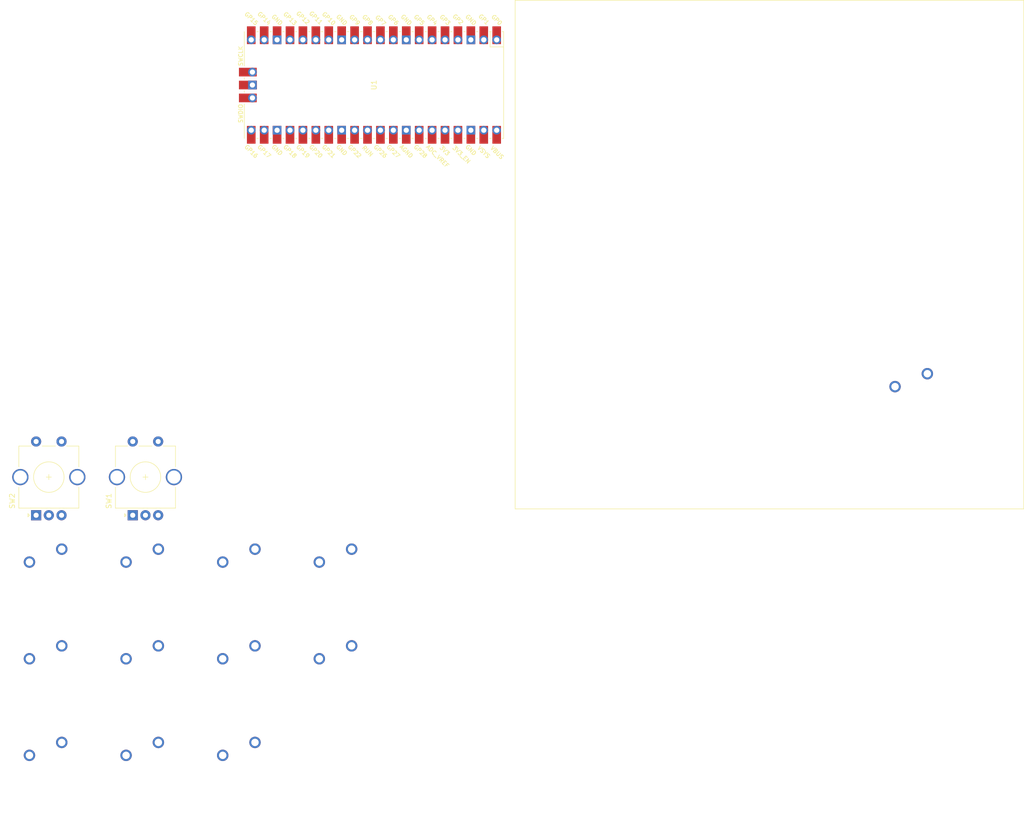
<source format=kicad_pcb>
(kicad_pcb (version 20171130) (host pcbnew "(5.1.4)-1")

  (general
    (thickness 1.6)
    (drawings 4)
    (tracks 0)
    (zones 0)
    (modules 15)
    (nets 39)
  )

  (page A4)
  (layers
    (0 F.Cu signal)
    (31 B.Cu signal)
    (32 B.Adhes user)
    (33 F.Adhes user)
    (34 B.Paste user)
    (35 F.Paste user)
    (36 B.SilkS user)
    (37 F.SilkS user)
    (38 B.Mask user)
    (39 F.Mask user)
    (40 Dwgs.User user)
    (41 Cmts.User user)
    (42 Eco1.User user)
    (43 Eco2.User user)
    (44 Edge.Cuts user)
    (45 Margin user)
    (46 B.CrtYd user)
    (47 F.CrtYd user)
    (48 B.Fab user)
    (49 F.Fab user)
  )

  (setup
    (last_trace_width 0.25)
    (trace_clearance 0.2)
    (zone_clearance 0.508)
    (zone_45_only no)
    (trace_min 0.2)
    (via_size 0.8)
    (via_drill 0.4)
    (via_min_size 0.4)
    (via_min_drill 0.3)
    (uvia_size 0.3)
    (uvia_drill 0.1)
    (uvias_allowed no)
    (uvia_min_size 0.2)
    (uvia_min_drill 0.1)
    (edge_width 0.05)
    (segment_width 0.2)
    (pcb_text_width 0.3)
    (pcb_text_size 1.5 1.5)
    (mod_edge_width 0.12)
    (mod_text_size 1 1)
    (mod_text_width 0.15)
    (pad_size 1.524 1.524)
    (pad_drill 0.762)
    (pad_to_mask_clearance 0.051)
    (solder_mask_min_width 0.25)
    (aux_axis_origin 0 0)
    (visible_elements FFFFFF7F)
    (pcbplotparams
      (layerselection 0x010fc_ffffffff)
      (usegerberextensions false)
      (usegerberattributes false)
      (usegerberadvancedattributes false)
      (creategerberjobfile false)
      (excludeedgelayer true)
      (linewidth 0.100000)
      (plotframeref false)
      (viasonmask false)
      (mode 1)
      (useauxorigin false)
      (hpglpennumber 1)
      (hpglpenspeed 20)
      (hpglpendiameter 15.000000)
      (psnegative false)
      (psa4output false)
      (plotreference true)
      (plotvalue true)
      (plotinvisibletext false)
      (padsonsilk false)
      (subtractmaskfromsilk false)
      (outputformat 1)
      (mirror false)
      (drillshape 1)
      (scaleselection 1)
      (outputdirectory ""))
  )

  (net 0 "")
  (net 1 "Net-(MX1-Pad2)")
  (net 2 GND)
  (net 3 "Net-(MX2-Pad2)")
  (net 4 "Net-(MX3-Pad2)")
  (net 5 "Net-(MX4-Pad2)")
  (net 6 "Net-(MX5-Pad2)")
  (net 7 "Net-(MX6-Pad2)")
  (net 8 "Net-(MX7-Pad2)")
  (net 9 "Net-(MX8-Pad2)")
  (net 10 "Net-(MX9-Pad2)")
  (net 11 "Net-(MX10-Pad2)")
  (net 12 "Net-(MX11-Pad2)")
  (net 13 "Net-(MX12-Pad2)")
  (net 14 "Net-(SW1-PadA)")
  (net 15 "Net-(SW1-PadB)")
  (net 16 "Net-(SW1-PadS1)")
  (net 17 "Net-(SW2-PadA)")
  (net 18 "Net-(SW2-PadB)")
  (net 19 "Net-(SW2-PadS1)")
  (net 20 "Net-(U1-Pad43)")
  (net 21 "Net-(U1-Pad42)")
  (net 22 "Net-(U1-Pad41)")
  (net 23 "Net-(U1-Pad22)")
  (net 24 "Net-(U1-Pad25)")
  (net 25 "Net-(U1-Pad26)")
  (net 26 "Net-(U1-Pad27)")
  (net 27 "Net-(U1-Pad29)")
  (net 28 "Net-(U1-Pad30)")
  (net 29 "Net-(U1-Pad31)")
  (net 30 "Net-(U1-Pad32)")
  (net 31 "Net-(U1-Pad33)")
  (net 32 "Net-(U1-Pad34)")
  (net 33 "Net-(U1-Pad35)")
  (net 34 "Net-(U1-Pad36)")
  (net 35 "Net-(U1-Pad37)")
  (net 36 "Net-(U1-Pad39)")
  (net 37 "Net-(U1-Pad40)")
  (net 38 "Net-(U1-Pad1)")

  (net_class Default "This is the default net class."
    (clearance 0.2)
    (trace_width 0.25)
    (via_dia 0.8)
    (via_drill 0.4)
    (uvia_dia 0.3)
    (uvia_drill 0.1)
    (add_net GND)
    (add_net "Net-(MX1-Pad2)")
    (add_net "Net-(MX10-Pad2)")
    (add_net "Net-(MX11-Pad2)")
    (add_net "Net-(MX12-Pad2)")
    (add_net "Net-(MX2-Pad2)")
    (add_net "Net-(MX3-Pad2)")
    (add_net "Net-(MX4-Pad2)")
    (add_net "Net-(MX5-Pad2)")
    (add_net "Net-(MX6-Pad2)")
    (add_net "Net-(MX7-Pad2)")
    (add_net "Net-(MX8-Pad2)")
    (add_net "Net-(MX9-Pad2)")
    (add_net "Net-(SW1-PadA)")
    (add_net "Net-(SW1-PadB)")
    (add_net "Net-(SW1-PadS1)")
    (add_net "Net-(SW2-PadA)")
    (add_net "Net-(SW2-PadB)")
    (add_net "Net-(SW2-PadS1)")
    (add_net "Net-(U1-Pad1)")
    (add_net "Net-(U1-Pad22)")
    (add_net "Net-(U1-Pad25)")
    (add_net "Net-(U1-Pad26)")
    (add_net "Net-(U1-Pad27)")
    (add_net "Net-(U1-Pad29)")
    (add_net "Net-(U1-Pad30)")
    (add_net "Net-(U1-Pad31)")
    (add_net "Net-(U1-Pad32)")
    (add_net "Net-(U1-Pad33)")
    (add_net "Net-(U1-Pad34)")
    (add_net "Net-(U1-Pad35)")
    (add_net "Net-(U1-Pad36)")
    (add_net "Net-(U1-Pad37)")
    (add_net "Net-(U1-Pad39)")
    (add_net "Net-(U1-Pad40)")
    (add_net "Net-(U1-Pad41)")
    (add_net "Net-(U1-Pad42)")
    (add_net "Net-(U1-Pad43)")
  )

  (module MX_Only:MXOnly-1U-NoLED (layer F.Cu) (tedit 63DABB55) (tstamp 63DA9349)
    (at 169 -31)
    (path /63D46853)
    (fp_text reference MX12 (at 9.5 12.675) (layer Dwgs.User)
      (effects (font (size 1 1) (thickness 0.15)))
    )
    (fp_text value MX-NoLED (at 9.5 1.5625) (layer Dwgs.User)
      (effects (font (size 1 1) (thickness 0.15)))
    )
    (fp_line (start 14.5 2.5) (end 16.5 2.5) (layer Dwgs.User) (width 0.15))
    (fp_line (start 16.5 2.5) (end 16.5 4.5) (layer Dwgs.User) (width 0.15))
    (fp_line (start 14.5 16.5) (end 16.5 16.5) (layer Dwgs.User) (width 0.15))
    (fp_line (start 16.5 16.5) (end 16.5 14.5) (layer Dwgs.User) (width 0.15))
    (fp_line (start 2.5 14.5) (end 2.5 16.5) (layer Dwgs.User) (width 0.15))
    (fp_line (start 2.5 16.5) (end 4.5 16.5) (layer Dwgs.User) (width 0.15))
    (fp_line (start 4.5 2.5) (end 2.5 2.5) (layer Dwgs.User) (width 0.15))
    (fp_line (start 2.5 2.5) (end 2.5 4.5) (layer Dwgs.User) (width 0.15))
    (fp_line (start -0.025 -0.025) (end 19.025 -0.025) (layer Dwgs.User) (width 0.15))
    (fp_line (start 19.025 -0.025) (end 19.025 19.025) (layer Dwgs.User) (width 0.15))
    (fp_line (start 19.025 19.025) (end -0.025 19.025) (layer Dwgs.User) (width 0.15))
    (fp_line (start -0.025 19.025) (end -0.025 -0.025) (layer Dwgs.User) (width 0.15))
    (pad 2 thru_hole circle (at 12.04 4.42) (size 2.25 2.25) (drill 1.47) (layers *.Cu B.Mask)
      (net 13 "Net-(MX12-Pad2)"))
    (pad "" np_thru_hole circle (at 9.5 9.5) (size 3.9878 3.9878) (drill 3.9878) (layers *.Cu *.Mask))
    (pad 1 thru_hole circle (at 5.69 6.96) (size 2.25 2.25) (drill 1.47) (layers *.Cu B.Mask)
      (net 2 GND))
    (pad "" np_thru_hole circle (at 4.42 9.5 48.0996) (size 1.75 1.75) (drill 1.75) (layers *.Cu *.Mask))
    (pad "" np_thru_hole circle (at 14.58 9.5 48.0996) (size 1.75 1.75) (drill 1.75) (layers *.Cu *.Mask))
  )

  (module RPi_Pico:RPi_Pico_SMD_TH (layer F.Cu) (tedit 5F638C80) (tstamp 63DA945B)
    (at 72.23125 -83.34375 270)
    (descr "Through hole straight pin header, 2x20, 2.54mm pitch, double rows")
    (tags "Through hole pin header THT 2x20 2.54mm double row")
    (path /63D2B7A1)
    (fp_text reference U1 (at 0 0 90) (layer F.SilkS)
      (effects (font (size 1 1) (thickness 0.15)))
    )
    (fp_text value Pico (at 0 2.159 90) (layer F.Fab)
      (effects (font (size 1 1) (thickness 0.15)))
    )
    (fp_text user "Copper Keepouts shown on Dwgs layer" (at 0.1 -30.2 90) (layer Cmts.User)
      (effects (font (size 1 1) (thickness 0.15)))
    )
    (fp_poly (pts (xy 3.7 -20.2) (xy -3.7 -20.2) (xy -3.7 -24.9) (xy 3.7 -24.9)) (layer Dwgs.User) (width 0.1))
    (fp_poly (pts (xy -1.5 -11.5) (xy -3.5 -11.5) (xy -3.5 -13.5) (xy -1.5 -13.5)) (layer Dwgs.User) (width 0.1))
    (fp_poly (pts (xy -1.5 -14) (xy -3.5 -14) (xy -3.5 -16) (xy -1.5 -16)) (layer Dwgs.User) (width 0.1))
    (fp_poly (pts (xy -1.5 -16.5) (xy -3.5 -16.5) (xy -3.5 -18.5) (xy -1.5 -18.5)) (layer Dwgs.User) (width 0.1))
    (fp_text user SWDIO (at 5.6 26.2 90) (layer F.SilkS)
      (effects (font (size 0.8 0.8) (thickness 0.15)))
    )
    (fp_text user SWCLK (at -5.7 26.2 90) (layer F.SilkS)
      (effects (font (size 0.8 0.8) (thickness 0.15)))
    )
    (fp_text user AGND (at 13.054 -6.35 135) (layer F.SilkS)
      (effects (font (size 0.8 0.8) (thickness 0.15)))
    )
    (fp_text user GND (at 12.8 -19.05 135) (layer F.SilkS)
      (effects (font (size 0.8 0.8) (thickness 0.15)))
    )
    (fp_text user GND (at 12.8 6.35 135) (layer F.SilkS)
      (effects (font (size 0.8 0.8) (thickness 0.15)))
    )
    (fp_text user GND (at 12.8 19.05 135) (layer F.SilkS)
      (effects (font (size 0.8 0.8) (thickness 0.15)))
    )
    (fp_text user GND (at -12.8 19.05 135) (layer F.SilkS)
      (effects (font (size 0.8 0.8) (thickness 0.15)))
    )
    (fp_text user GND (at -12.8 6.35 135) (layer F.SilkS)
      (effects (font (size 0.8 0.8) (thickness 0.15)))
    )
    (fp_text user GND (at -12.8 -6.35 135) (layer F.SilkS)
      (effects (font (size 0.8 0.8) (thickness 0.15)))
    )
    (fp_text user GND (at -12.8 -19.05 135) (layer F.SilkS)
      (effects (font (size 0.8 0.8) (thickness 0.15)))
    )
    (fp_text user VBUS (at 13.3 -24.2 135) (layer F.SilkS)
      (effects (font (size 0.8 0.8) (thickness 0.15)))
    )
    (fp_text user VSYS (at 13.2 -21.59 135) (layer F.SilkS)
      (effects (font (size 0.8 0.8) (thickness 0.15)))
    )
    (fp_text user 3V3_EN (at 13.7 -17.2 135) (layer F.SilkS)
      (effects (font (size 0.8 0.8) (thickness 0.15)))
    )
    (fp_text user 3V3 (at 12.9 -13.9 135) (layer F.SilkS)
      (effects (font (size 0.8 0.8) (thickness 0.15)))
    )
    (fp_text user ADC_VREF (at 14 -12.5 135) (layer F.SilkS)
      (effects (font (size 0.8 0.8) (thickness 0.15)))
    )
    (fp_text user GP28 (at 13.054 -9.144 135) (layer F.SilkS)
      (effects (font (size 0.8 0.8) (thickness 0.15)))
    )
    (fp_text user GP27 (at 13.054 -3.8 135) (layer F.SilkS)
      (effects (font (size 0.8 0.8) (thickness 0.15)))
    )
    (fp_text user GP26 (at 13.054 -1.27 135) (layer F.SilkS)
      (effects (font (size 0.8 0.8) (thickness 0.15)))
    )
    (fp_text user RUN (at 13 1.27 135) (layer F.SilkS)
      (effects (font (size 0.8 0.8) (thickness 0.15)))
    )
    (fp_text user GP22 (at 13.054 3.81 135) (layer F.SilkS)
      (effects (font (size 0.8 0.8) (thickness 0.15)))
    )
    (fp_text user GP21 (at 13.054 8.9 135) (layer F.SilkS)
      (effects (font (size 0.8 0.8) (thickness 0.15)))
    )
    (fp_text user GP20 (at 13.054 11.43 135) (layer F.SilkS)
      (effects (font (size 0.8 0.8) (thickness 0.15)))
    )
    (fp_text user GP19 (at 13.054 13.97 135) (layer F.SilkS)
      (effects (font (size 0.8 0.8) (thickness 0.15)))
    )
    (fp_text user GP18 (at 13.054 16.51 135) (layer F.SilkS)
      (effects (font (size 0.8 0.8) (thickness 0.15)))
    )
    (fp_text user GP17 (at 13.054 21.59 135) (layer F.SilkS)
      (effects (font (size 0.8 0.8) (thickness 0.15)))
    )
    (fp_text user GP16 (at 13.054 24.13 135) (layer F.SilkS)
      (effects (font (size 0.8 0.8) (thickness 0.15)))
    )
    (fp_text user GP15 (at -13.054 24.13 135) (layer F.SilkS)
      (effects (font (size 0.8 0.8) (thickness 0.15)))
    )
    (fp_text user GP14 (at -13.1 21.59 135) (layer F.SilkS)
      (effects (font (size 0.8 0.8) (thickness 0.15)))
    )
    (fp_text user GP13 (at -13.054 16.51 135) (layer F.SilkS)
      (effects (font (size 0.8 0.8) (thickness 0.15)))
    )
    (fp_text user GP12 (at -13.2 13.97 135) (layer F.SilkS)
      (effects (font (size 0.8 0.8) (thickness 0.15)))
    )
    (fp_text user GP11 (at -13.2 11.43 135) (layer F.SilkS)
      (effects (font (size 0.8 0.8) (thickness 0.15)))
    )
    (fp_text user GP10 (at -13.054 8.89 135) (layer F.SilkS)
      (effects (font (size 0.8 0.8) (thickness 0.15)))
    )
    (fp_text user GP9 (at -12.8 3.81 135) (layer F.SilkS)
      (effects (font (size 0.8 0.8) (thickness 0.15)))
    )
    (fp_text user GP8 (at -12.8 1.27 135) (layer F.SilkS)
      (effects (font (size 0.8 0.8) (thickness 0.15)))
    )
    (fp_text user GP7 (at -12.7 -1.3 135) (layer F.SilkS)
      (effects (font (size 0.8 0.8) (thickness 0.15)))
    )
    (fp_text user GP6 (at -12.8 -3.81 135) (layer F.SilkS)
      (effects (font (size 0.8 0.8) (thickness 0.15)))
    )
    (fp_text user GP5 (at -12.8 -8.89 135) (layer F.SilkS)
      (effects (font (size 0.8 0.8) (thickness 0.15)))
    )
    (fp_text user GP4 (at -12.8 -11.43 135) (layer F.SilkS)
      (effects (font (size 0.8 0.8) (thickness 0.15)))
    )
    (fp_text user GP3 (at -12.8 -13.97 135) (layer F.SilkS)
      (effects (font (size 0.8 0.8) (thickness 0.15)))
    )
    (fp_text user GP0 (at -12.8 -24.13 135) (layer F.SilkS)
      (effects (font (size 0.8 0.8) (thickness 0.15)))
    )
    (fp_text user GP2 (at -12.9 -16.51 135) (layer F.SilkS)
      (effects (font (size 0.8 0.8) (thickness 0.15)))
    )
    (fp_text user GP1 (at -12.9 -21.6 135) (layer F.SilkS)
      (effects (font (size 0.8 0.8) (thickness 0.15)))
    )
    (fp_text user %R (at 0 0 270) (layer F.Fab)
      (effects (font (size 1 1) (thickness 0.15)))
    )
    (fp_line (start -10.5 -25.5) (end 10.5 -25.5) (layer F.Fab) (width 0.12))
    (fp_line (start 10.5 -25.5) (end 10.5 25.5) (layer F.Fab) (width 0.12))
    (fp_line (start 10.5 25.5) (end -10.5 25.5) (layer F.Fab) (width 0.12))
    (fp_line (start -10.5 25.5) (end -10.5 -25.5) (layer F.Fab) (width 0.12))
    (fp_line (start -10.5 -24.2) (end -9.2 -25.5) (layer F.Fab) (width 0.12))
    (fp_line (start -11 -26) (end 11 -26) (layer F.CrtYd) (width 0.12))
    (fp_line (start 11 -26) (end 11 26) (layer F.CrtYd) (width 0.12))
    (fp_line (start 11 26) (end -11 26) (layer F.CrtYd) (width 0.12))
    (fp_line (start -11 26) (end -11 -26) (layer F.CrtYd) (width 0.12))
    (fp_line (start -10.5 -25.5) (end 10.5 -25.5) (layer F.SilkS) (width 0.12))
    (fp_line (start -3.7 25.5) (end -10.5 25.5) (layer F.SilkS) (width 0.12))
    (fp_line (start -10.5 -22.833) (end -7.493 -22.833) (layer F.SilkS) (width 0.12))
    (fp_line (start -7.493 -22.833) (end -7.493 -25.5) (layer F.SilkS) (width 0.12))
    (fp_line (start -10.5 -25.5) (end -10.5 -25.2) (layer F.SilkS) (width 0.12))
    (fp_line (start -10.5 -23.1) (end -10.5 -22.7) (layer F.SilkS) (width 0.12))
    (fp_line (start -10.5 -20.5) (end -10.5 -20.1) (layer F.SilkS) (width 0.12))
    (fp_line (start -10.5 -18) (end -10.5 -17.6) (layer F.SilkS) (width 0.12))
    (fp_line (start -10.5 -15.4) (end -10.5 -15) (layer F.SilkS) (width 0.12))
    (fp_line (start -10.5 -12.9) (end -10.5 -12.5) (layer F.SilkS) (width 0.12))
    (fp_line (start -10.5 -10.4) (end -10.5 -10) (layer F.SilkS) (width 0.12))
    (fp_line (start -10.5 -7.8) (end -10.5 -7.4) (layer F.SilkS) (width 0.12))
    (fp_line (start -10.5 -5.3) (end -10.5 -4.9) (layer F.SilkS) (width 0.12))
    (fp_line (start -10.5 -2.7) (end -10.5 -2.3) (layer F.SilkS) (width 0.12))
    (fp_line (start -10.5 -0.2) (end -10.5 0.2) (layer F.SilkS) (width 0.12))
    (fp_line (start -10.5 2.3) (end -10.5 2.7) (layer F.SilkS) (width 0.12))
    (fp_line (start -10.5 4.9) (end -10.5 5.3) (layer F.SilkS) (width 0.12))
    (fp_line (start -10.5 7.4) (end -10.5 7.8) (layer F.SilkS) (width 0.12))
    (fp_line (start -10.5 10) (end -10.5 10.4) (layer F.SilkS) (width 0.12))
    (fp_line (start -10.5 12.5) (end -10.5 12.9) (layer F.SilkS) (width 0.12))
    (fp_line (start -10.5 15.1) (end -10.5 15.5) (layer F.SilkS) (width 0.12))
    (fp_line (start -10.5 17.6) (end -10.5 18) (layer F.SilkS) (width 0.12))
    (fp_line (start -10.5 20.1) (end -10.5 20.5) (layer F.SilkS) (width 0.12))
    (fp_line (start -10.5 22.7) (end -10.5 23.1) (layer F.SilkS) (width 0.12))
    (fp_line (start 10.5 -10.4) (end 10.5 -10) (layer F.SilkS) (width 0.12))
    (fp_line (start 10.5 -5.3) (end 10.5 -4.9) (layer F.SilkS) (width 0.12))
    (fp_line (start 10.5 2.3) (end 10.5 2.7) (layer F.SilkS) (width 0.12))
    (fp_line (start 10.5 10) (end 10.5 10.4) (layer F.SilkS) (width 0.12))
    (fp_line (start 10.5 -20.5) (end 10.5 -20.1) (layer F.SilkS) (width 0.12))
    (fp_line (start 10.5 -23.1) (end 10.5 -22.7) (layer F.SilkS) (width 0.12))
    (fp_line (start 10.5 -15.4) (end 10.5 -15) (layer F.SilkS) (width 0.12))
    (fp_line (start 10.5 17.6) (end 10.5 18) (layer F.SilkS) (width 0.12))
    (fp_line (start 10.5 22.7) (end 10.5 23.1) (layer F.SilkS) (width 0.12))
    (fp_line (start 10.5 20.1) (end 10.5 20.5) (layer F.SilkS) (width 0.12))
    (fp_line (start 10.5 4.9) (end 10.5 5.3) (layer F.SilkS) (width 0.12))
    (fp_line (start 10.5 -0.2) (end 10.5 0.2) (layer F.SilkS) (width 0.12))
    (fp_line (start 10.5 -12.9) (end 10.5 -12.5) (layer F.SilkS) (width 0.12))
    (fp_line (start 10.5 -7.8) (end 10.5 -7.4) (layer F.SilkS) (width 0.12))
    (fp_line (start 10.5 12.5) (end 10.5 12.9) (layer F.SilkS) (width 0.12))
    (fp_line (start 10.5 -2.7) (end 10.5 -2.3) (layer F.SilkS) (width 0.12))
    (fp_line (start 10.5 -25.5) (end 10.5 -25.2) (layer F.SilkS) (width 0.12))
    (fp_line (start 10.5 -18) (end 10.5 -17.6) (layer F.SilkS) (width 0.12))
    (fp_line (start 10.5 7.4) (end 10.5 7.8) (layer F.SilkS) (width 0.12))
    (fp_line (start 10.5 15.1) (end 10.5 15.5) (layer F.SilkS) (width 0.12))
    (fp_line (start 10.5 25.5) (end 3.7 25.5) (layer F.SilkS) (width 0.12))
    (fp_line (start -1.5 25.5) (end -1.1 25.5) (layer F.SilkS) (width 0.12))
    (fp_line (start 1.1 25.5) (end 1.5 25.5) (layer F.SilkS) (width 0.12))
    (pad 43 thru_hole oval (at 2.54 23.9 270) (size 1.7 1.7) (drill 1.02) (layers *.Cu *.Mask)
      (net 20 "Net-(U1-Pad43)"))
    (pad 43 smd rect (at 2.54 23.9) (size 3.5 1.7) (drill (offset -0.9 0)) (layers F.Cu F.Mask)
      (net 20 "Net-(U1-Pad43)"))
    (pad 42 thru_hole rect (at 0 23.9 270) (size 1.7 1.7) (drill 1.02) (layers *.Cu *.Mask)
      (net 21 "Net-(U1-Pad42)"))
    (pad 42 smd rect (at 0 23.9) (size 3.5 1.7) (drill (offset -0.9 0)) (layers F.Cu F.Mask)
      (net 21 "Net-(U1-Pad42)"))
    (pad 41 thru_hole oval (at -2.54 23.9 270) (size 1.7 1.7) (drill 1.02) (layers *.Cu *.Mask)
      (net 22 "Net-(U1-Pad41)"))
    (pad 41 smd rect (at -2.54 23.9) (size 3.5 1.7) (drill (offset -0.9 0)) (layers F.Cu F.Mask)
      (net 22 "Net-(U1-Pad41)"))
    (pad "" np_thru_hole oval (at 2.425 -20.97 270) (size 1.5 1.5) (drill 1.5) (layers *.Cu *.Mask))
    (pad "" np_thru_hole oval (at -2.425 -20.97 270) (size 1.5 1.5) (drill 1.5) (layers *.Cu *.Mask))
    (pad "" np_thru_hole oval (at 2.725 -24 270) (size 1.8 1.8) (drill 1.8) (layers *.Cu *.Mask))
    (pad "" np_thru_hole oval (at -2.725 -24 270) (size 1.8 1.8) (drill 1.8) (layers *.Cu *.Mask))
    (pad 21 smd rect (at 8.89 24.13 270) (size 3.5 1.7) (drill (offset 0.9 0)) (layers F.Cu F.Mask)
      (net 10 "Net-(MX9-Pad2)"))
    (pad 22 smd rect (at 8.89 21.59 270) (size 3.5 1.7) (drill (offset 0.9 0)) (layers F.Cu F.Mask)
      (net 23 "Net-(U1-Pad22)"))
    (pad 23 smd rect (at 8.89 19.05 270) (size 3.5 1.7) (drill (offset 0.9 0)) (layers F.Cu F.Mask)
      (net 2 GND))
    (pad 24 smd rect (at 8.89 16.51 270) (size 3.5 1.7) (drill (offset 0.9 0)) (layers F.Cu F.Mask)
      (net 19 "Net-(SW2-PadS1)"))
    (pad 25 smd rect (at 8.89 13.97 270) (size 3.5 1.7) (drill (offset 0.9 0)) (layers F.Cu F.Mask)
      (net 24 "Net-(U1-Pad25)"))
    (pad 26 smd rect (at 8.89 11.43 270) (size 3.5 1.7) (drill (offset 0.9 0)) (layers F.Cu F.Mask)
      (net 25 "Net-(U1-Pad26)"))
    (pad 27 smd rect (at 8.89 8.89 270) (size 3.5 1.7) (drill (offset 0.9 0)) (layers F.Cu F.Mask)
      (net 26 "Net-(U1-Pad27)"))
    (pad 28 smd rect (at 8.89 6.35 270) (size 3.5 1.7) (drill (offset 0.9 0)) (layers F.Cu F.Mask)
      (net 2 GND))
    (pad 29 smd rect (at 8.89 3.81 270) (size 3.5 1.7) (drill (offset 0.9 0)) (layers F.Cu F.Mask)
      (net 27 "Net-(U1-Pad29)"))
    (pad 30 smd rect (at 8.89 1.27 270) (size 3.5 1.7) (drill (offset 0.9 0)) (layers F.Cu F.Mask)
      (net 28 "Net-(U1-Pad30)"))
    (pad 31 smd rect (at 8.89 -1.27 270) (size 3.5 1.7) (drill (offset 0.9 0)) (layers F.Cu F.Mask)
      (net 29 "Net-(U1-Pad31)"))
    (pad 32 smd rect (at 8.89 -3.81 270) (size 3.5 1.7) (drill (offset 0.9 0)) (layers F.Cu F.Mask)
      (net 30 "Net-(U1-Pad32)"))
    (pad 33 smd rect (at 8.89 -6.35 270) (size 3.5 1.7) (drill (offset 0.9 0)) (layers F.Cu F.Mask)
      (net 31 "Net-(U1-Pad33)"))
    (pad 34 smd rect (at 8.89 -8.89 270) (size 3.5 1.7) (drill (offset 0.9 0)) (layers F.Cu F.Mask)
      (net 32 "Net-(U1-Pad34)"))
    (pad 35 smd rect (at 8.89 -11.43 270) (size 3.5 1.7) (drill (offset 0.9 0)) (layers F.Cu F.Mask)
      (net 33 "Net-(U1-Pad35)"))
    (pad 36 smd rect (at 8.89 -13.97 270) (size 3.5 1.7) (drill (offset 0.9 0)) (layers F.Cu F.Mask)
      (net 34 "Net-(U1-Pad36)"))
    (pad 37 smd rect (at 8.89 -16.51 270) (size 3.5 1.7) (drill (offset 0.9 0)) (layers F.Cu F.Mask)
      (net 35 "Net-(U1-Pad37)"))
    (pad 38 smd rect (at 8.89 -19.05 270) (size 3.5 1.7) (drill (offset 0.9 0)) (layers F.Cu F.Mask)
      (net 2 GND))
    (pad 39 smd rect (at 8.89 -21.59 270) (size 3.5 1.7) (drill (offset 0.9 0)) (layers F.Cu F.Mask)
      (net 36 "Net-(U1-Pad39)"))
    (pad 40 smd rect (at 8.89 -24.13 270) (size 3.5 1.7) (drill (offset 0.9 0)) (layers F.Cu F.Mask)
      (net 37 "Net-(U1-Pad40)"))
    (pad 20 smd rect (at -8.89 24.13 270) (size 3.5 1.7) (drill (offset -0.9 0)) (layers F.Cu F.Mask)
      (net 11 "Net-(MX10-Pad2)"))
    (pad 19 smd rect (at -8.89 21.59 270) (size 3.5 1.7) (drill (offset -0.9 0)) (layers F.Cu F.Mask)
      (net 12 "Net-(MX11-Pad2)"))
    (pad 18 smd rect (at -8.89 19.05 270) (size 3.5 1.7) (drill (offset -0.9 0)) (layers F.Cu F.Mask)
      (net 2 GND))
    (pad 17 smd rect (at -8.89 16.51 270) (size 3.5 1.7) (drill (offset -0.9 0)) (layers F.Cu F.Mask)
      (net 13 "Net-(MX12-Pad2)"))
    (pad 16 smd rect (at -8.89 13.97 270) (size 3.5 1.7) (drill (offset -0.9 0)) (layers F.Cu F.Mask)
      (net 6 "Net-(MX5-Pad2)"))
    (pad 15 smd rect (at -8.89 11.43 270) (size 3.5 1.7) (drill (offset -0.9 0)) (layers F.Cu F.Mask)
      (net 7 "Net-(MX6-Pad2)"))
    (pad 14 smd rect (at -8.89 8.89 270) (size 3.5 1.7) (drill (offset -0.9 0)) (layers F.Cu F.Mask)
      (net 8 "Net-(MX7-Pad2)"))
    (pad 13 smd rect (at -8.89 6.35 270) (size 3.5 1.7) (drill (offset -0.9 0)) (layers F.Cu F.Mask)
      (net 2 GND))
    (pad 12 smd rect (at -8.89 3.81 270) (size 3.5 1.7) (drill (offset -0.9 0)) (layers F.Cu F.Mask)
      (net 9 "Net-(MX8-Pad2)"))
    (pad 11 smd rect (at -8.89 1.27 270) (size 3.5 1.7) (drill (offset -0.9 0)) (layers F.Cu F.Mask)
      (net 1 "Net-(MX1-Pad2)"))
    (pad 10 smd rect (at -8.89 -1.27 270) (size 3.5 1.7) (drill (offset -0.9 0)) (layers F.Cu F.Mask)
      (net 3 "Net-(MX2-Pad2)"))
    (pad 9 smd rect (at -8.89 -3.81 270) (size 3.5 1.7) (drill (offset -0.9 0)) (layers F.Cu F.Mask)
      (net 4 "Net-(MX3-Pad2)"))
    (pad 8 smd rect (at -8.89 -6.35 270) (size 3.5 1.7) (drill (offset -0.9 0)) (layers F.Cu F.Mask)
      (net 2 GND))
    (pad 7 smd rect (at -8.89 -8.89 270) (size 3.5 1.7) (drill (offset -0.9 0)) (layers F.Cu F.Mask)
      (net 5 "Net-(MX4-Pad2)"))
    (pad 6 smd rect (at -8.89 -11.43 270) (size 3.5 1.7) (drill (offset -0.9 0)) (layers F.Cu F.Mask)
      (net 14 "Net-(SW1-PadA)"))
    (pad 5 smd rect (at -8.89 -13.97 270) (size 3.5 1.7) (drill (offset -0.9 0)) (layers F.Cu F.Mask)
      (net 15 "Net-(SW1-PadB)"))
    (pad 4 smd rect (at -8.89 -16.51 270) (size 3.5 1.7) (drill (offset -0.9 0)) (layers F.Cu F.Mask)
      (net 17 "Net-(SW2-PadA)"))
    (pad 3 smd rect (at -8.89 -19.05 270) (size 3.5 1.7) (drill (offset -0.9 0)) (layers F.Cu F.Mask)
      (net 2 GND))
    (pad 2 smd rect (at -8.89 -21.59 270) (size 3.5 1.7) (drill (offset -0.9 0)) (layers F.Cu F.Mask)
      (net 18 "Net-(SW2-PadB)"))
    (pad 1 smd rect (at -8.89 -24.13 270) (size 3.5 1.7) (drill (offset -0.9 0)) (layers F.Cu F.Mask)
      (net 38 "Net-(U1-Pad1)"))
    (pad 40 thru_hole oval (at 8.89 -24.13 270) (size 1.7 1.7) (drill 1.02) (layers *.Cu *.Mask)
      (net 37 "Net-(U1-Pad40)"))
    (pad 39 thru_hole oval (at 8.89 -21.59 270) (size 1.7 1.7) (drill 1.02) (layers *.Cu *.Mask)
      (net 36 "Net-(U1-Pad39)"))
    (pad 38 thru_hole rect (at 8.89 -19.05 270) (size 1.7 1.7) (drill 1.02) (layers *.Cu *.Mask)
      (net 2 GND))
    (pad 37 thru_hole oval (at 8.89 -16.51 270) (size 1.7 1.7) (drill 1.02) (layers *.Cu *.Mask)
      (net 35 "Net-(U1-Pad37)"))
    (pad 36 thru_hole oval (at 8.89 -13.97 270) (size 1.7 1.7) (drill 1.02) (layers *.Cu *.Mask)
      (net 34 "Net-(U1-Pad36)"))
    (pad 35 thru_hole oval (at 8.89 -11.43 270) (size 1.7 1.7) (drill 1.02) (layers *.Cu *.Mask)
      (net 33 "Net-(U1-Pad35)"))
    (pad 34 thru_hole oval (at 8.89 -8.89 270) (size 1.7 1.7) (drill 1.02) (layers *.Cu *.Mask)
      (net 32 "Net-(U1-Pad34)"))
    (pad 33 thru_hole rect (at 8.89 -6.35 270) (size 1.7 1.7) (drill 1.02) (layers *.Cu *.Mask)
      (net 31 "Net-(U1-Pad33)"))
    (pad 32 thru_hole oval (at 8.89 -3.81 270) (size 1.7 1.7) (drill 1.02) (layers *.Cu *.Mask)
      (net 30 "Net-(U1-Pad32)"))
    (pad 31 thru_hole oval (at 8.89 -1.27 270) (size 1.7 1.7) (drill 1.02) (layers *.Cu *.Mask)
      (net 29 "Net-(U1-Pad31)"))
    (pad 30 thru_hole oval (at 8.89 1.27 270) (size 1.7 1.7) (drill 1.02) (layers *.Cu *.Mask)
      (net 28 "Net-(U1-Pad30)"))
    (pad 29 thru_hole oval (at 8.89 3.81 270) (size 1.7 1.7) (drill 1.02) (layers *.Cu *.Mask)
      (net 27 "Net-(U1-Pad29)"))
    (pad 28 thru_hole rect (at 8.89 6.35 270) (size 1.7 1.7) (drill 1.02) (layers *.Cu *.Mask)
      (net 2 GND))
    (pad 27 thru_hole oval (at 8.89 8.89 270) (size 1.7 1.7) (drill 1.02) (layers *.Cu *.Mask)
      (net 26 "Net-(U1-Pad27)"))
    (pad 26 thru_hole oval (at 8.89 11.43 270) (size 1.7 1.7) (drill 1.02) (layers *.Cu *.Mask)
      (net 25 "Net-(U1-Pad26)"))
    (pad 25 thru_hole oval (at 8.89 13.97 270) (size 1.7 1.7) (drill 1.02) (layers *.Cu *.Mask)
      (net 24 "Net-(U1-Pad25)"))
    (pad 24 thru_hole oval (at 8.89 16.51 270) (size 1.7 1.7) (drill 1.02) (layers *.Cu *.Mask)
      (net 19 "Net-(SW2-PadS1)"))
    (pad 23 thru_hole rect (at 8.89 19.05 270) (size 1.7 1.7) (drill 1.02) (layers *.Cu *.Mask)
      (net 2 GND))
    (pad 22 thru_hole oval (at 8.89 21.59 270) (size 1.7 1.7) (drill 1.02) (layers *.Cu *.Mask)
      (net 23 "Net-(U1-Pad22)"))
    (pad 21 thru_hole oval (at 8.89 24.13 270) (size 1.7 1.7) (drill 1.02) (layers *.Cu *.Mask)
      (net 10 "Net-(MX9-Pad2)"))
    (pad 20 thru_hole oval (at -8.89 24.13 270) (size 1.7 1.7) (drill 1.02) (layers *.Cu *.Mask)
      (net 11 "Net-(MX10-Pad2)"))
    (pad 19 thru_hole oval (at -8.89 21.59 270) (size 1.7 1.7) (drill 1.02) (layers *.Cu *.Mask)
      (net 12 "Net-(MX11-Pad2)"))
    (pad 18 thru_hole rect (at -8.89 19.05 270) (size 1.7 1.7) (drill 1.02) (layers *.Cu *.Mask)
      (net 2 GND))
    (pad 17 thru_hole oval (at -8.89 16.51 270) (size 1.7 1.7) (drill 1.02) (layers *.Cu *.Mask)
      (net 13 "Net-(MX12-Pad2)"))
    (pad 16 thru_hole oval (at -8.89 13.97 270) (size 1.7 1.7) (drill 1.02) (layers *.Cu *.Mask)
      (net 6 "Net-(MX5-Pad2)"))
    (pad 15 thru_hole oval (at -8.89 11.43 270) (size 1.7 1.7) (drill 1.02) (layers *.Cu *.Mask)
      (net 7 "Net-(MX6-Pad2)"))
    (pad 14 thru_hole oval (at -8.89 8.89 270) (size 1.7 1.7) (drill 1.02) (layers *.Cu *.Mask)
      (net 8 "Net-(MX7-Pad2)"))
    (pad 13 thru_hole rect (at -8.89 6.35 270) (size 1.7 1.7) (drill 1.02) (layers *.Cu *.Mask)
      (net 2 GND))
    (pad 12 thru_hole oval (at -8.89 3.81 270) (size 1.7 1.7) (drill 1.02) (layers *.Cu *.Mask)
      (net 9 "Net-(MX8-Pad2)"))
    (pad 11 thru_hole oval (at -8.89 1.27 270) (size 1.7 1.7) (drill 1.02) (layers *.Cu *.Mask)
      (net 1 "Net-(MX1-Pad2)"))
    (pad 10 thru_hole oval (at -8.89 -1.27 270) (size 1.7 1.7) (drill 1.02) (layers *.Cu *.Mask)
      (net 3 "Net-(MX2-Pad2)"))
    (pad 9 thru_hole oval (at -8.89 -3.81 270) (size 1.7 1.7) (drill 1.02) (layers *.Cu *.Mask)
      (net 4 "Net-(MX3-Pad2)"))
    (pad 8 thru_hole rect (at -8.89 -6.35 270) (size 1.7 1.7) (drill 1.02) (layers *.Cu *.Mask)
      (net 2 GND))
    (pad 7 thru_hole oval (at -8.89 -8.89 270) (size 1.7 1.7) (drill 1.02) (layers *.Cu *.Mask)
      (net 5 "Net-(MX4-Pad2)"))
    (pad 6 thru_hole oval (at -8.89 -11.43 270) (size 1.7 1.7) (drill 1.02) (layers *.Cu *.Mask)
      (net 14 "Net-(SW1-PadA)"))
    (pad 5 thru_hole oval (at -8.89 -13.97 270) (size 1.7 1.7) (drill 1.02) (layers *.Cu *.Mask)
      (net 15 "Net-(SW1-PadB)"))
    (pad 4 thru_hole oval (at -8.89 -16.51 270) (size 1.7 1.7) (drill 1.02) (layers *.Cu *.Mask)
      (net 17 "Net-(SW2-PadA)"))
    (pad 3 thru_hole rect (at -8.89 -19.05 270) (size 1.7 1.7) (drill 1.02) (layers *.Cu *.Mask)
      (net 2 GND))
    (pad 2 thru_hole oval (at -8.89 -21.59 270) (size 1.7 1.7) (drill 1.02) (layers *.Cu *.Mask)
      (net 18 "Net-(SW2-PadB)"))
    (pad 1 thru_hole oval (at -8.89 -24.13 270) (size 1.7 1.7) (drill 1.02) (layers *.Cu *.Mask)
      (net 38 "Net-(U1-Pad1)"))
  )

  (module Rotary_Encoder:RotaryEncoder_Alps_EC11E-Switch_Vertical_H20mm_CircularMountingHoles (layer F.Cu) (tedit 5A74C8DD) (tstamp 63DA9395)
    (at 5.8 1.25 90)
    (descr "Alps rotary encoder, EC12E... with switch, vertical shaft, mounting holes with circular drills, http://www.alps.com/prod/info/E/HTML/Encoder/Incremental/EC11/EC11E15204A3.html")
    (tags "rotary encoder")
    (path /63D34EDD)
    (fp_text reference SW2 (at 2.8 -4.7 90) (layer F.SilkS)
      (effects (font (size 1 1) (thickness 0.15)))
    )
    (fp_text value Rotary_Encoder_Switch (at 7.5 10.4 90) (layer F.Fab)
      (effects (font (size 1 1) (thickness 0.15)))
    )
    (fp_circle (center 7.5 2.5) (end 10.5 2.5) (layer F.Fab) (width 0.12))
    (fp_circle (center 7.5 2.5) (end 10.5 2.5) (layer F.SilkS) (width 0.12))
    (fp_line (start 16 10.2) (end -1.5 10.2) (layer F.CrtYd) (width 0.05))
    (fp_line (start 16 10.2) (end 16 -5.2) (layer F.CrtYd) (width 0.05))
    (fp_line (start -1.5 -5.2) (end -1.5 10.2) (layer F.CrtYd) (width 0.05))
    (fp_line (start -1.5 -5.2) (end 16 -5.2) (layer F.CrtYd) (width 0.05))
    (fp_line (start 2.5 -3.3) (end 13.5 -3.3) (layer F.Fab) (width 0.12))
    (fp_line (start 13.5 -3.3) (end 13.5 8.3) (layer F.Fab) (width 0.12))
    (fp_line (start 13.5 8.3) (end 1.5 8.3) (layer F.Fab) (width 0.12))
    (fp_line (start 1.5 8.3) (end 1.5 -2.2) (layer F.Fab) (width 0.12))
    (fp_line (start 1.5 -2.2) (end 2.5 -3.3) (layer F.Fab) (width 0.12))
    (fp_line (start 9.5 -3.4) (end 13.6 -3.4) (layer F.SilkS) (width 0.12))
    (fp_line (start 13.6 8.4) (end 9.5 8.4) (layer F.SilkS) (width 0.12))
    (fp_line (start 5.5 8.4) (end 1.4 8.4) (layer F.SilkS) (width 0.12))
    (fp_line (start 5.5 -3.4) (end 1.4 -3.4) (layer F.SilkS) (width 0.12))
    (fp_line (start 1.4 -3.4) (end 1.4 8.4) (layer F.SilkS) (width 0.12))
    (fp_line (start 0 -1.3) (end -0.3 -1.6) (layer F.SilkS) (width 0.12))
    (fp_line (start -0.3 -1.6) (end 0.3 -1.6) (layer F.SilkS) (width 0.12))
    (fp_line (start 0.3 -1.6) (end 0 -1.3) (layer F.SilkS) (width 0.12))
    (fp_line (start 7.5 -0.5) (end 7.5 5.5) (layer F.Fab) (width 0.12))
    (fp_line (start 4.5 2.5) (end 10.5 2.5) (layer F.Fab) (width 0.12))
    (fp_line (start 13.6 -3.4) (end 13.6 -1) (layer F.SilkS) (width 0.12))
    (fp_line (start 13.6 1.2) (end 13.6 3.8) (layer F.SilkS) (width 0.12))
    (fp_line (start 13.6 6) (end 13.6 8.4) (layer F.SilkS) (width 0.12))
    (fp_line (start 7.5 2) (end 7.5 3) (layer F.SilkS) (width 0.12))
    (fp_line (start 7 2.5) (end 8 2.5) (layer F.SilkS) (width 0.12))
    (fp_text user %R (at 11.1 6.3 90) (layer F.Fab)
      (effects (font (size 1 1) (thickness 0.15)))
    )
    (pad A thru_hole rect (at 0 0 90) (size 2 2) (drill 1) (layers *.Cu *.Mask)
      (net 17 "Net-(SW2-PadA)"))
    (pad C thru_hole circle (at 0 2.5 90) (size 2 2) (drill 1) (layers *.Cu *.Mask)
      (net 2 GND))
    (pad B thru_hole circle (at 0 5 90) (size 2 2) (drill 1) (layers *.Cu *.Mask)
      (net 18 "Net-(SW2-PadB)"))
    (pad MP thru_hole circle (at 7.5 -3.1 90) (size 3.2 3.2) (drill 2.6) (layers *.Cu *.Mask))
    (pad MP thru_hole circle (at 7.5 8.1 90) (size 3.2 3.2) (drill 2.6) (layers *.Cu *.Mask))
    (pad S2 thru_hole circle (at 14.5 0 90) (size 2 2) (drill 1) (layers *.Cu *.Mask)
      (net 2 GND))
    (pad S1 thru_hole circle (at 14.5 5 90) (size 2 2) (drill 1) (layers *.Cu *.Mask)
      (net 19 "Net-(SW2-PadS1)"))
    (model ${KISYS3DMOD}/Rotary_Encoder.3dshapes/RotaryEncoder_Alps_EC11E-Switch_Vertical_H20mm_CircularMountingHoles.wrl
      (at (xyz 0 0 0))
      (scale (xyz 1 1 1))
      (rotate (xyz 0 0 0))
    )
  )

  (module Rotary_Encoder:RotaryEncoder_Alps_EC11E-Switch_Vertical_H20mm_CircularMountingHoles (layer F.Cu) (tedit 5A74C8DD) (tstamp 63DA936F)
    (at 24.8 1.25 90)
    (descr "Alps rotary encoder, EC12E... with switch, vertical shaft, mounting holes with circular drills, http://www.alps.com/prod/info/E/HTML/Encoder/Incremental/EC11/EC11E15204A3.html")
    (tags "rotary encoder")
    (path /63D322BC)
    (fp_text reference SW1 (at 2.8 -4.7 90) (layer F.SilkS)
      (effects (font (size 1 1) (thickness 0.15)))
    )
    (fp_text value Rotary_Encoder_Switch (at 7.5 10.4 90) (layer F.Fab)
      (effects (font (size 1 1) (thickness 0.15)))
    )
    (fp_circle (center 7.5 2.5) (end 10.5 2.5) (layer F.Fab) (width 0.12))
    (fp_circle (center 7.5 2.5) (end 10.5 2.5) (layer F.SilkS) (width 0.12))
    (fp_line (start 16 10.2) (end -1.5 10.2) (layer F.CrtYd) (width 0.05))
    (fp_line (start 16 10.2) (end 16 -5.2) (layer F.CrtYd) (width 0.05))
    (fp_line (start -1.5 -5.2) (end -1.5 10.2) (layer F.CrtYd) (width 0.05))
    (fp_line (start -1.5 -5.2) (end 16 -5.2) (layer F.CrtYd) (width 0.05))
    (fp_line (start 2.5 -3.3) (end 13.5 -3.3) (layer F.Fab) (width 0.12))
    (fp_line (start 13.5 -3.3) (end 13.5 8.3) (layer F.Fab) (width 0.12))
    (fp_line (start 13.5 8.3) (end 1.5 8.3) (layer F.Fab) (width 0.12))
    (fp_line (start 1.5 8.3) (end 1.5 -2.2) (layer F.Fab) (width 0.12))
    (fp_line (start 1.5 -2.2) (end 2.5 -3.3) (layer F.Fab) (width 0.12))
    (fp_line (start 9.5 -3.4) (end 13.6 -3.4) (layer F.SilkS) (width 0.12))
    (fp_line (start 13.6 8.4) (end 9.5 8.4) (layer F.SilkS) (width 0.12))
    (fp_line (start 5.5 8.4) (end 1.4 8.4) (layer F.SilkS) (width 0.12))
    (fp_line (start 5.5 -3.4) (end 1.4 -3.4) (layer F.SilkS) (width 0.12))
    (fp_line (start 1.4 -3.4) (end 1.4 8.4) (layer F.SilkS) (width 0.12))
    (fp_line (start 0 -1.3) (end -0.3 -1.6) (layer F.SilkS) (width 0.12))
    (fp_line (start -0.3 -1.6) (end 0.3 -1.6) (layer F.SilkS) (width 0.12))
    (fp_line (start 0.3 -1.6) (end 0 -1.3) (layer F.SilkS) (width 0.12))
    (fp_line (start 7.5 -0.5) (end 7.5 5.5) (layer F.Fab) (width 0.12))
    (fp_line (start 4.5 2.5) (end 10.5 2.5) (layer F.Fab) (width 0.12))
    (fp_line (start 13.6 -3.4) (end 13.6 -1) (layer F.SilkS) (width 0.12))
    (fp_line (start 13.6 1.2) (end 13.6 3.8) (layer F.SilkS) (width 0.12))
    (fp_line (start 13.6 6) (end 13.6 8.4) (layer F.SilkS) (width 0.12))
    (fp_line (start 7.5 2) (end 7.5 3) (layer F.SilkS) (width 0.12))
    (fp_line (start 7 2.5) (end 8 2.5) (layer F.SilkS) (width 0.12))
    (fp_text user %R (at 2.65625 8.05625 90) (layer F.Fab)
      (effects (font (size 1 1) (thickness 0.15)))
    )
    (pad A thru_hole rect (at 0 0 90) (size 2 2) (drill 1) (layers *.Cu *.Mask)
      (net 14 "Net-(SW1-PadA)"))
    (pad C thru_hole circle (at 0 2.5 90) (size 2 2) (drill 1) (layers *.Cu *.Mask)
      (net 2 GND))
    (pad B thru_hole circle (at 0 5 90) (size 2 2) (drill 1) (layers *.Cu *.Mask)
      (net 15 "Net-(SW1-PadB)"))
    (pad MP thru_hole circle (at 7.5 -3.1 90) (size 3.2 3.2) (drill 2.6) (layers *.Cu *.Mask))
    (pad MP thru_hole circle (at 7.5 8.1 90) (size 3.2 3.2) (drill 2.6) (layers *.Cu *.Mask))
    (pad S2 thru_hole circle (at 14.5 0 90) (size 2 2) (drill 1) (layers *.Cu *.Mask)
      (net 2 GND))
    (pad S1 thru_hole circle (at 14.5 5 90) (size 2 2) (drill 1) (layers *.Cu *.Mask)
      (net 16 "Net-(SW1-PadS1)"))
    (model ${KISYS3DMOD}/Rotary_Encoder.3dshapes/RotaryEncoder_Alps_EC11E-Switch_Vertical_H20mm_CircularMountingHoles.wrl
      (at (xyz 0 0 0))
      (scale (xyz 1 1 1))
      (rotate (xyz 0 0 0))
    )
  )

  (module MX_Only:MXOnly-1U-NoLED (layer F.Cu) (tedit 5BD3C6C7) (tstamp 63DA9334)
    (at 46.3 51)
    (path /63D46859)
    (fp_text reference MX11 (at 0 3.175) (layer Dwgs.User)
      (effects (font (size 1 1) (thickness 0.15)))
    )
    (fp_text value MX-NoLED (at 0 -7.9375) (layer Dwgs.User)
      (effects (font (size 1 1) (thickness 0.15)))
    )
    (fp_line (start 5 -7) (end 7 -7) (layer Dwgs.User) (width 0.15))
    (fp_line (start 7 -7) (end 7 -5) (layer Dwgs.User) (width 0.15))
    (fp_line (start 5 7) (end 7 7) (layer Dwgs.User) (width 0.15))
    (fp_line (start 7 7) (end 7 5) (layer Dwgs.User) (width 0.15))
    (fp_line (start -7 5) (end -7 7) (layer Dwgs.User) (width 0.15))
    (fp_line (start -7 7) (end -5 7) (layer Dwgs.User) (width 0.15))
    (fp_line (start -5 -7) (end -7 -7) (layer Dwgs.User) (width 0.15))
    (fp_line (start -7 -7) (end -7 -5) (layer Dwgs.User) (width 0.15))
    (fp_line (start -9.525 -9.525) (end 9.525 -9.525) (layer Dwgs.User) (width 0.15))
    (fp_line (start 9.525 -9.525) (end 9.525 9.525) (layer Dwgs.User) (width 0.15))
    (fp_line (start 9.525 9.525) (end -9.525 9.525) (layer Dwgs.User) (width 0.15))
    (fp_line (start -9.525 9.525) (end -9.525 -9.525) (layer Dwgs.User) (width 0.15))
    (pad 2 thru_hole circle (at 2.54 -5.08) (size 2.25 2.25) (drill 1.47) (layers *.Cu B.Mask)
      (net 12 "Net-(MX11-Pad2)"))
    (pad "" np_thru_hole circle (at 0 0) (size 3.9878 3.9878) (drill 3.9878) (layers *.Cu *.Mask))
    (pad 1 thru_hole circle (at -3.81 -2.54) (size 2.25 2.25) (drill 1.47) (layers *.Cu B.Mask)
      (net 2 GND))
    (pad "" np_thru_hole circle (at -5.08 0 48.0996) (size 1.75 1.75) (drill 1.75) (layers *.Cu *.Mask))
    (pad "" np_thru_hole circle (at 5.08 0 48.0996) (size 1.75 1.75) (drill 1.75) (layers *.Cu *.Mask))
  )

  (module MX_Only:MXOnly-1U-NoLED (layer F.Cu) (tedit 5BD3C6C7) (tstamp 63DA931F)
    (at 27.3 51)
    (path /63D44E2D)
    (fp_text reference MX10 (at 0 3.175) (layer Dwgs.User)
      (effects (font (size 1 1) (thickness 0.15)))
    )
    (fp_text value MX-NoLED (at 0 -7.9375) (layer Dwgs.User)
      (effects (font (size 1 1) (thickness 0.15)))
    )
    (fp_line (start 5 -7) (end 7 -7) (layer Dwgs.User) (width 0.15))
    (fp_line (start 7 -7) (end 7 -5) (layer Dwgs.User) (width 0.15))
    (fp_line (start 5 7) (end 7 7) (layer Dwgs.User) (width 0.15))
    (fp_line (start 7 7) (end 7 5) (layer Dwgs.User) (width 0.15))
    (fp_line (start -7 5) (end -7 7) (layer Dwgs.User) (width 0.15))
    (fp_line (start -7 7) (end -5 7) (layer Dwgs.User) (width 0.15))
    (fp_line (start -5 -7) (end -7 -7) (layer Dwgs.User) (width 0.15))
    (fp_line (start -7 -7) (end -7 -5) (layer Dwgs.User) (width 0.15))
    (fp_line (start -9.525 -9.525) (end 9.525 -9.525) (layer Dwgs.User) (width 0.15))
    (fp_line (start 9.525 -9.525) (end 9.525 9.525) (layer Dwgs.User) (width 0.15))
    (fp_line (start 9.525 9.525) (end -9.525 9.525) (layer Dwgs.User) (width 0.15))
    (fp_line (start -9.525 9.525) (end -9.525 -9.525) (layer Dwgs.User) (width 0.15))
    (pad 2 thru_hole circle (at 2.54 -5.08) (size 2.25 2.25) (drill 1.47) (layers *.Cu B.Mask)
      (net 11 "Net-(MX10-Pad2)"))
    (pad "" np_thru_hole circle (at 0 0) (size 3.9878 3.9878) (drill 3.9878) (layers *.Cu *.Mask))
    (pad 1 thru_hole circle (at -3.81 -2.54) (size 2.25 2.25) (drill 1.47) (layers *.Cu B.Mask)
      (net 2 GND))
    (pad "" np_thru_hole circle (at -5.08 0 48.0996) (size 1.75 1.75) (drill 1.75) (layers *.Cu *.Mask))
    (pad "" np_thru_hole circle (at 5.08 0 48.0996) (size 1.75 1.75) (drill 1.75) (layers *.Cu *.Mask))
  )

  (module MX_Only:MXOnly-1U-NoLED (layer F.Cu) (tedit 5BD3C6C7) (tstamp 63DA930A)
    (at 8.3 50.999999)
    (path /63D44E33)
    (fp_text reference MX9 (at 0 3.175) (layer Dwgs.User)
      (effects (font (size 1 1) (thickness 0.15)))
    )
    (fp_text value MX-NoLED (at 0 -7.9375) (layer Dwgs.User)
      (effects (font (size 1 1) (thickness 0.15)))
    )
    (fp_line (start 5 -7) (end 7 -7) (layer Dwgs.User) (width 0.15))
    (fp_line (start 7 -7) (end 7 -5) (layer Dwgs.User) (width 0.15))
    (fp_line (start 5 7) (end 7 7) (layer Dwgs.User) (width 0.15))
    (fp_line (start 7 7) (end 7 5) (layer Dwgs.User) (width 0.15))
    (fp_line (start -7 5) (end -7 7) (layer Dwgs.User) (width 0.15))
    (fp_line (start -7 7) (end -5 7) (layer Dwgs.User) (width 0.15))
    (fp_line (start -5 -7) (end -7 -7) (layer Dwgs.User) (width 0.15))
    (fp_line (start -7 -7) (end -7 -5) (layer Dwgs.User) (width 0.15))
    (fp_line (start -9.525 -9.525) (end 9.525 -9.525) (layer Dwgs.User) (width 0.15))
    (fp_line (start 9.525 -9.525) (end 9.525 9.525) (layer Dwgs.User) (width 0.15))
    (fp_line (start 9.525 9.525) (end -9.525 9.525) (layer Dwgs.User) (width 0.15))
    (fp_line (start -9.525 9.525) (end -9.525 -9.525) (layer Dwgs.User) (width 0.15))
    (pad 2 thru_hole circle (at 2.54 -5.08) (size 2.25 2.25) (drill 1.47) (layers *.Cu B.Mask)
      (net 10 "Net-(MX9-Pad2)"))
    (pad "" np_thru_hole circle (at 0 0) (size 3.9878 3.9878) (drill 3.9878) (layers *.Cu *.Mask))
    (pad 1 thru_hole circle (at -3.81 -2.54) (size 2.25 2.25) (drill 1.47) (layers *.Cu B.Mask)
      (net 2 GND))
    (pad "" np_thru_hole circle (at -5.08 0 48.0996) (size 1.75 1.75) (drill 1.75) (layers *.Cu *.Mask))
    (pad "" np_thru_hole circle (at 5.08 0 48.0996) (size 1.75 1.75) (drill 1.75) (layers *.Cu *.Mask))
  )

  (module MX_Only:MXOnly-1U-NoLED (layer F.Cu) (tedit 5BD3C6C7) (tstamp 63DA92F5)
    (at 65.299001 32.010131)
    (path /63D462D9)
    (fp_text reference MX8 (at 0 3.175) (layer Dwgs.User)
      (effects (font (size 1 1) (thickness 0.15)))
    )
    (fp_text value MX-NoLED (at 0 -7.9375) (layer Dwgs.User)
      (effects (font (size 1 1) (thickness 0.15)))
    )
    (fp_line (start 5 -7) (end 7 -7) (layer Dwgs.User) (width 0.15))
    (fp_line (start 7 -7) (end 7 -5) (layer Dwgs.User) (width 0.15))
    (fp_line (start 5 7) (end 7 7) (layer Dwgs.User) (width 0.15))
    (fp_line (start 7 7) (end 7 5) (layer Dwgs.User) (width 0.15))
    (fp_line (start -7 5) (end -7 7) (layer Dwgs.User) (width 0.15))
    (fp_line (start -7 7) (end -5 7) (layer Dwgs.User) (width 0.15))
    (fp_line (start -5 -7) (end -7 -7) (layer Dwgs.User) (width 0.15))
    (fp_line (start -7 -7) (end -7 -5) (layer Dwgs.User) (width 0.15))
    (fp_line (start -9.525 -9.525) (end 9.525 -9.525) (layer Dwgs.User) (width 0.15))
    (fp_line (start 9.525 -9.525) (end 9.525 9.525) (layer Dwgs.User) (width 0.15))
    (fp_line (start 9.525 9.525) (end -9.525 9.525) (layer Dwgs.User) (width 0.15))
    (fp_line (start -9.525 9.525) (end -9.525 -9.525) (layer Dwgs.User) (width 0.15))
    (pad 2 thru_hole circle (at 2.54 -5.08) (size 2.25 2.25) (drill 1.47) (layers *.Cu B.Mask)
      (net 9 "Net-(MX8-Pad2)"))
    (pad "" np_thru_hole circle (at 0 0) (size 3.9878 3.9878) (drill 3.9878) (layers *.Cu *.Mask))
    (pad 1 thru_hole circle (at -3.81 -2.54) (size 2.25 2.25) (drill 1.47) (layers *.Cu B.Mask)
      (net 2 GND))
    (pad "" np_thru_hole circle (at -5.08 0 48.0996) (size 1.75 1.75) (drill 1.75) (layers *.Cu *.Mask))
    (pad "" np_thru_hole circle (at 5.08 0 48.0996) (size 1.75 1.75) (drill 1.75) (layers *.Cu *.Mask))
  )

  (module MX_Only:MXOnly-1U-NoLED (layer F.Cu) (tedit 5BD3C6C7) (tstamp 63DA92E0)
    (at 46.299001 32.010131)
    (path /63D462DF)
    (fp_text reference MX7 (at 0 3.175) (layer Dwgs.User)
      (effects (font (size 1 1) (thickness 0.15)))
    )
    (fp_text value MX-NoLED (at 0 -7.9375) (layer Dwgs.User)
      (effects (font (size 1 1) (thickness 0.15)))
    )
    (fp_line (start 5 -7) (end 7 -7) (layer Dwgs.User) (width 0.15))
    (fp_line (start 7 -7) (end 7 -5) (layer Dwgs.User) (width 0.15))
    (fp_line (start 5 7) (end 7 7) (layer Dwgs.User) (width 0.15))
    (fp_line (start 7 7) (end 7 5) (layer Dwgs.User) (width 0.15))
    (fp_line (start -7 5) (end -7 7) (layer Dwgs.User) (width 0.15))
    (fp_line (start -7 7) (end -5 7) (layer Dwgs.User) (width 0.15))
    (fp_line (start -5 -7) (end -7 -7) (layer Dwgs.User) (width 0.15))
    (fp_line (start -7 -7) (end -7 -5) (layer Dwgs.User) (width 0.15))
    (fp_line (start -9.525 -9.525) (end 9.525 -9.525) (layer Dwgs.User) (width 0.15))
    (fp_line (start 9.525 -9.525) (end 9.525 9.525) (layer Dwgs.User) (width 0.15))
    (fp_line (start 9.525 9.525) (end -9.525 9.525) (layer Dwgs.User) (width 0.15))
    (fp_line (start -9.525 9.525) (end -9.525 -9.525) (layer Dwgs.User) (width 0.15))
    (pad 2 thru_hole circle (at 2.54 -5.08) (size 2.25 2.25) (drill 1.47) (layers *.Cu B.Mask)
      (net 8 "Net-(MX7-Pad2)"))
    (pad "" np_thru_hole circle (at 0 0) (size 3.9878 3.9878) (drill 3.9878) (layers *.Cu *.Mask))
    (pad 1 thru_hole circle (at -3.81 -2.54) (size 2.25 2.25) (drill 1.47) (layers *.Cu B.Mask)
      (net 2 GND))
    (pad "" np_thru_hole circle (at -5.08 0 48.0996) (size 1.75 1.75) (drill 1.75) (layers *.Cu *.Mask))
    (pad "" np_thru_hole circle (at 5.08 0 48.0996) (size 1.75 1.75) (drill 1.75) (layers *.Cu *.Mask))
  )

  (module MX_Only:MXOnly-1U-NoLED (layer F.Cu) (tedit 5BD3C6C7) (tstamp 63DA92CB)
    (at 27.299001 32.010131)
    (path /63D444F1)
    (fp_text reference MX6 (at 0 3.175) (layer Dwgs.User)
      (effects (font (size 1 1) (thickness 0.15)))
    )
    (fp_text value MX-NoLED (at 0 -7.9375) (layer Dwgs.User)
      (effects (font (size 1 1) (thickness 0.15)))
    )
    (fp_line (start 5 -7) (end 7 -7) (layer Dwgs.User) (width 0.15))
    (fp_line (start 7 -7) (end 7 -5) (layer Dwgs.User) (width 0.15))
    (fp_line (start 5 7) (end 7 7) (layer Dwgs.User) (width 0.15))
    (fp_line (start 7 7) (end 7 5) (layer Dwgs.User) (width 0.15))
    (fp_line (start -7 5) (end -7 7) (layer Dwgs.User) (width 0.15))
    (fp_line (start -7 7) (end -5 7) (layer Dwgs.User) (width 0.15))
    (fp_line (start -5 -7) (end -7 -7) (layer Dwgs.User) (width 0.15))
    (fp_line (start -7 -7) (end -7 -5) (layer Dwgs.User) (width 0.15))
    (fp_line (start -9.525 -9.525) (end 9.525 -9.525) (layer Dwgs.User) (width 0.15))
    (fp_line (start 9.525 -9.525) (end 9.525 9.525) (layer Dwgs.User) (width 0.15))
    (fp_line (start 9.525 9.525) (end -9.525 9.525) (layer Dwgs.User) (width 0.15))
    (fp_line (start -9.525 9.525) (end -9.525 -9.525) (layer Dwgs.User) (width 0.15))
    (pad 2 thru_hole circle (at 2.54 -5.08) (size 2.25 2.25) (drill 1.47) (layers *.Cu B.Mask)
      (net 7 "Net-(MX6-Pad2)"))
    (pad "" np_thru_hole circle (at 0 0) (size 3.9878 3.9878) (drill 3.9878) (layers *.Cu *.Mask))
    (pad 1 thru_hole circle (at -3.81 -2.54) (size 2.25 2.25) (drill 1.47) (layers *.Cu B.Mask)
      (net 2 GND))
    (pad "" np_thru_hole circle (at -5.08 0 48.0996) (size 1.75 1.75) (drill 1.75) (layers *.Cu *.Mask))
    (pad "" np_thru_hole circle (at 5.08 0 48.0996) (size 1.75 1.75) (drill 1.75) (layers *.Cu *.Mask))
  )

  (module MX_Only:MXOnly-1U-NoLED (layer F.Cu) (tedit 5BD3C6C7) (tstamp 63DA92B6)
    (at 8.299001 32.010131)
    (path /63D444F7)
    (fp_text reference MX5 (at 0 3.175) (layer Dwgs.User)
      (effects (font (size 1 1) (thickness 0.15)))
    )
    (fp_text value MX-NoLED (at 0 -7.9375) (layer Dwgs.User)
      (effects (font (size 1 1) (thickness 0.15)))
    )
    (fp_line (start 5 -7) (end 7 -7) (layer Dwgs.User) (width 0.15))
    (fp_line (start 7 -7) (end 7 -5) (layer Dwgs.User) (width 0.15))
    (fp_line (start 5 7) (end 7 7) (layer Dwgs.User) (width 0.15))
    (fp_line (start 7 7) (end 7 5) (layer Dwgs.User) (width 0.15))
    (fp_line (start -7 5) (end -7 7) (layer Dwgs.User) (width 0.15))
    (fp_line (start -7 7) (end -5 7) (layer Dwgs.User) (width 0.15))
    (fp_line (start -5 -7) (end -7 -7) (layer Dwgs.User) (width 0.15))
    (fp_line (start -7 -7) (end -7 -5) (layer Dwgs.User) (width 0.15))
    (fp_line (start -9.525 -9.525) (end 9.525 -9.525) (layer Dwgs.User) (width 0.15))
    (fp_line (start 9.525 -9.525) (end 9.525 9.525) (layer Dwgs.User) (width 0.15))
    (fp_line (start 9.525 9.525) (end -9.525 9.525) (layer Dwgs.User) (width 0.15))
    (fp_line (start -9.525 9.525) (end -9.525 -9.525) (layer Dwgs.User) (width 0.15))
    (pad 2 thru_hole circle (at 2.54 -5.08) (size 2.25 2.25) (drill 1.47) (layers *.Cu B.Mask)
      (net 6 "Net-(MX5-Pad2)"))
    (pad "" np_thru_hole circle (at 0 0) (size 3.9878 3.9878) (drill 3.9878) (layers *.Cu *.Mask))
    (pad 1 thru_hole circle (at -3.81 -2.54) (size 2.25 2.25) (drill 1.47) (layers *.Cu B.Mask)
      (net 2 GND))
    (pad "" np_thru_hole circle (at -5.08 0 48.0996) (size 1.75 1.75) (drill 1.75) (layers *.Cu *.Mask))
    (pad "" np_thru_hole circle (at 5.08 0 48.0996) (size 1.75 1.75) (drill 1.75) (layers *.Cu *.Mask))
  )

  (module MX_Only:MXOnly-1U-NoLED (layer F.Cu) (tedit 5BD3C6C7) (tstamp 63DA92A1)
    (at 65.3 13)
    (path /63D458B5)
    (fp_text reference MX4 (at 0 3.175) (layer Dwgs.User)
      (effects (font (size 1 1) (thickness 0.15)))
    )
    (fp_text value MX-NoLED (at 0 -7.9375) (layer Dwgs.User)
      (effects (font (size 1 1) (thickness 0.15)))
    )
    (fp_line (start 5 -7) (end 7 -7) (layer Dwgs.User) (width 0.15))
    (fp_line (start 7 -7) (end 7 -5) (layer Dwgs.User) (width 0.15))
    (fp_line (start 5 7) (end 7 7) (layer Dwgs.User) (width 0.15))
    (fp_line (start 7 7) (end 7 5) (layer Dwgs.User) (width 0.15))
    (fp_line (start -7 5) (end -7 7) (layer Dwgs.User) (width 0.15))
    (fp_line (start -7 7) (end -5 7) (layer Dwgs.User) (width 0.15))
    (fp_line (start -5 -7) (end -7 -7) (layer Dwgs.User) (width 0.15))
    (fp_line (start -7 -7) (end -7 -5) (layer Dwgs.User) (width 0.15))
    (fp_line (start -9.525 -9.525) (end 9.525 -9.525) (layer Dwgs.User) (width 0.15))
    (fp_line (start 9.525 -9.525) (end 9.525 9.525) (layer Dwgs.User) (width 0.15))
    (fp_line (start 9.525 9.525) (end -9.525 9.525) (layer Dwgs.User) (width 0.15))
    (fp_line (start -9.525 9.525) (end -9.525 -9.525) (layer Dwgs.User) (width 0.15))
    (pad 2 thru_hole circle (at 2.54 -5.08) (size 2.25 2.25) (drill 1.47) (layers *.Cu B.Mask)
      (net 5 "Net-(MX4-Pad2)"))
    (pad "" np_thru_hole circle (at 0 0) (size 3.9878 3.9878) (drill 3.9878) (layers *.Cu *.Mask))
    (pad 1 thru_hole circle (at -3.81 -2.54) (size 2.25 2.25) (drill 1.47) (layers *.Cu B.Mask)
      (net 2 GND))
    (pad "" np_thru_hole circle (at -5.08 0 48.0996) (size 1.75 1.75) (drill 1.75) (layers *.Cu *.Mask))
    (pad "" np_thru_hole circle (at 5.08 0 48.0996) (size 1.75 1.75) (drill 1.75) (layers *.Cu *.Mask))
  )

  (module MX_Only:MXOnly-1U-NoLED (layer F.Cu) (tedit 5BD3C6C7) (tstamp 63DA928C)
    (at 46.3 13)
    (path /63D458BB)
    (fp_text reference MX3 (at 0 4.75) (layer Dwgs.User)
      (effects (font (size 1 1) (thickness 0.15)))
    )
    (fp_text value MX-NoLED (at 0 -7.9375) (layer Dwgs.User)
      (effects (font (size 1 1) (thickness 0.15)))
    )
    (fp_line (start 5 -7) (end 7 -7) (layer Dwgs.User) (width 0.15))
    (fp_line (start 7 -7) (end 7 -5) (layer Dwgs.User) (width 0.15))
    (fp_line (start 5 7) (end 7 7) (layer Dwgs.User) (width 0.15))
    (fp_line (start 7 7) (end 7 5) (layer Dwgs.User) (width 0.15))
    (fp_line (start -7 5) (end -7 7) (layer Dwgs.User) (width 0.15))
    (fp_line (start -7 7) (end -5 7) (layer Dwgs.User) (width 0.15))
    (fp_line (start -5 -7) (end -7 -7) (layer Dwgs.User) (width 0.15))
    (fp_line (start -7 -7) (end -7 -5) (layer Dwgs.User) (width 0.15))
    (fp_line (start -9.525 -9.525) (end 9.525 -9.525) (layer Dwgs.User) (width 0.15))
    (fp_line (start 9.525 -9.525) (end 9.525 9.525) (layer Dwgs.User) (width 0.15))
    (fp_line (start 9.525 9.525) (end -9.525 9.525) (layer Dwgs.User) (width 0.15))
    (fp_line (start -9.525 9.525) (end -9.525 -9.525) (layer Dwgs.User) (width 0.15))
    (pad 2 thru_hole circle (at 2.54 -5.08) (size 2.25 2.25) (drill 1.47) (layers *.Cu B.Mask)
      (net 4 "Net-(MX3-Pad2)"))
    (pad "" np_thru_hole circle (at 0 0) (size 3.9878 3.9878) (drill 3.9878) (layers *.Cu *.Mask))
    (pad 1 thru_hole circle (at -3.81 -2.54) (size 2.25 2.25) (drill 1.47) (layers *.Cu B.Mask)
      (net 2 GND))
    (pad "" np_thru_hole circle (at -5.08 0 48.0996) (size 1.75 1.75) (drill 1.75) (layers *.Cu *.Mask))
    (pad "" np_thru_hole circle (at 5.08 0 48.0996) (size 1.75 1.75) (drill 1.75) (layers *.Cu *.Mask))
  )

  (module MX_Only:MXOnly-1U-NoLED (layer F.Cu) (tedit 5BD3C6C7) (tstamp 63DA9277)
    (at 27.3 13)
    (path /63D3EBDE)
    (fp_text reference MX2 (at 0 3.175) (layer Dwgs.User)
      (effects (font (size 1 1) (thickness 0.15)))
    )
    (fp_text value MX-NoLED (at 0 -7.9375) (layer Dwgs.User)
      (effects (font (size 1 1) (thickness 0.15)))
    )
    (fp_line (start 5 -7) (end 7 -7) (layer Dwgs.User) (width 0.15))
    (fp_line (start 7 -7) (end 7 -5) (layer Dwgs.User) (width 0.15))
    (fp_line (start 5 7) (end 7 7) (layer Dwgs.User) (width 0.15))
    (fp_line (start 7 7) (end 7 5) (layer Dwgs.User) (width 0.15))
    (fp_line (start -7 5) (end -7 7) (layer Dwgs.User) (width 0.15))
    (fp_line (start -7 7) (end -5 7) (layer Dwgs.User) (width 0.15))
    (fp_line (start -5 -7) (end -7 -7) (layer Dwgs.User) (width 0.15))
    (fp_line (start -7 -7) (end -7 -5) (layer Dwgs.User) (width 0.15))
    (fp_line (start -9.525 -9.525) (end 9.525 -9.525) (layer Dwgs.User) (width 0.15))
    (fp_line (start 9.525 -9.525) (end 9.525 9.525) (layer Dwgs.User) (width 0.15))
    (fp_line (start 9.525 9.525) (end -9.525 9.525) (layer Dwgs.User) (width 0.15))
    (fp_line (start -9.525 9.525) (end -9.525 -9.525) (layer Dwgs.User) (width 0.15))
    (pad 2 thru_hole circle (at 2.54 -5.08) (size 2.25 2.25) (drill 1.47) (layers *.Cu B.Mask)
      (net 3 "Net-(MX2-Pad2)"))
    (pad "" np_thru_hole circle (at 0 0) (size 3.9878 3.9878) (drill 3.9878) (layers *.Cu *.Mask))
    (pad 1 thru_hole circle (at -3.81 -2.54) (size 2.25 2.25) (drill 1.47) (layers *.Cu B.Mask)
      (net 2 GND))
    (pad "" np_thru_hole circle (at -5.08 0 48.0996) (size 1.75 1.75) (drill 1.75) (layers *.Cu *.Mask))
    (pad "" np_thru_hole circle (at 5.08 0 48.0996) (size 1.75 1.75) (drill 1.75) (layers *.Cu *.Mask))
  )

  (module MX_Only:MXOnly-1U-NoLED (layer F.Cu) (tedit 5BD3C6C7) (tstamp 63DA9262)
    (at 8.3 13)
    (path /63D3EBFC)
    (fp_text reference MX1 (at 0 3.175) (layer Dwgs.User)
      (effects (font (size 1 1) (thickness 0.15)))
    )
    (fp_text value MX-NoLED (at 0 -7.9375) (layer Dwgs.User)
      (effects (font (size 1 1) (thickness 0.15)))
    )
    (fp_line (start 5 -7) (end 7 -7) (layer Dwgs.User) (width 0.15))
    (fp_line (start 7 -7) (end 7 -5) (layer Dwgs.User) (width 0.15))
    (fp_line (start 5 7) (end 7 7) (layer Dwgs.User) (width 0.15))
    (fp_line (start 7 7) (end 7 5) (layer Dwgs.User) (width 0.15))
    (fp_line (start -7 5) (end -7 7) (layer Dwgs.User) (width 0.15))
    (fp_line (start -7 7) (end -5 7) (layer Dwgs.User) (width 0.15))
    (fp_line (start -5 -7) (end -7 -7) (layer Dwgs.User) (width 0.15))
    (fp_line (start -7 -7) (end -7 -5) (layer Dwgs.User) (width 0.15))
    (fp_line (start -9.525 -9.525) (end 9.525 -9.525) (layer Dwgs.User) (width 0.15))
    (fp_line (start 9.525 -9.525) (end 9.525 9.525) (layer Dwgs.User) (width 0.15))
    (fp_line (start 9.525 9.525) (end -9.525 9.525) (layer Dwgs.User) (width 0.15))
    (fp_line (start -9.525 9.525) (end -9.525 -9.525) (layer Dwgs.User) (width 0.15))
    (pad 2 thru_hole circle (at 2.54 -5.08) (size 2.25 2.25) (drill 1.47) (layers *.Cu B.Mask)
      (net 1 "Net-(MX1-Pad2)"))
    (pad "" np_thru_hole circle (at 0 0) (size 3.9878 3.9878) (drill 3.9878) (layers *.Cu *.Mask))
    (pad 1 thru_hole circle (at -3.81 -2.54) (size 2.25 2.25) (drill 1.47) (layers *.Cu B.Mask)
      (net 2 GND))
    (pad "" np_thru_hole circle (at -5.08 0 48.0996) (size 1.75 1.75) (drill 1.75) (layers *.Cu *.Mask))
    (pad "" np_thru_hole circle (at 5.08 0 48.0996) (size 1.75 1.75) (drill 1.75) (layers *.Cu *.Mask))
  )

  (gr_line (start 200 0) (end 200 -100) (layer F.SilkS) (width 0.12) (tstamp 63DAD6E6))
  (gr_line (start 100 0) (end 200 0) (layer F.SilkS) (width 0.12))
  (gr_line (start 100 -100) (end 100 0) (layer F.SilkS) (width 0.12))
  (gr_line (start 200 -100) (end 100 -100) (layer F.SilkS) (width 0.12))

)

</source>
